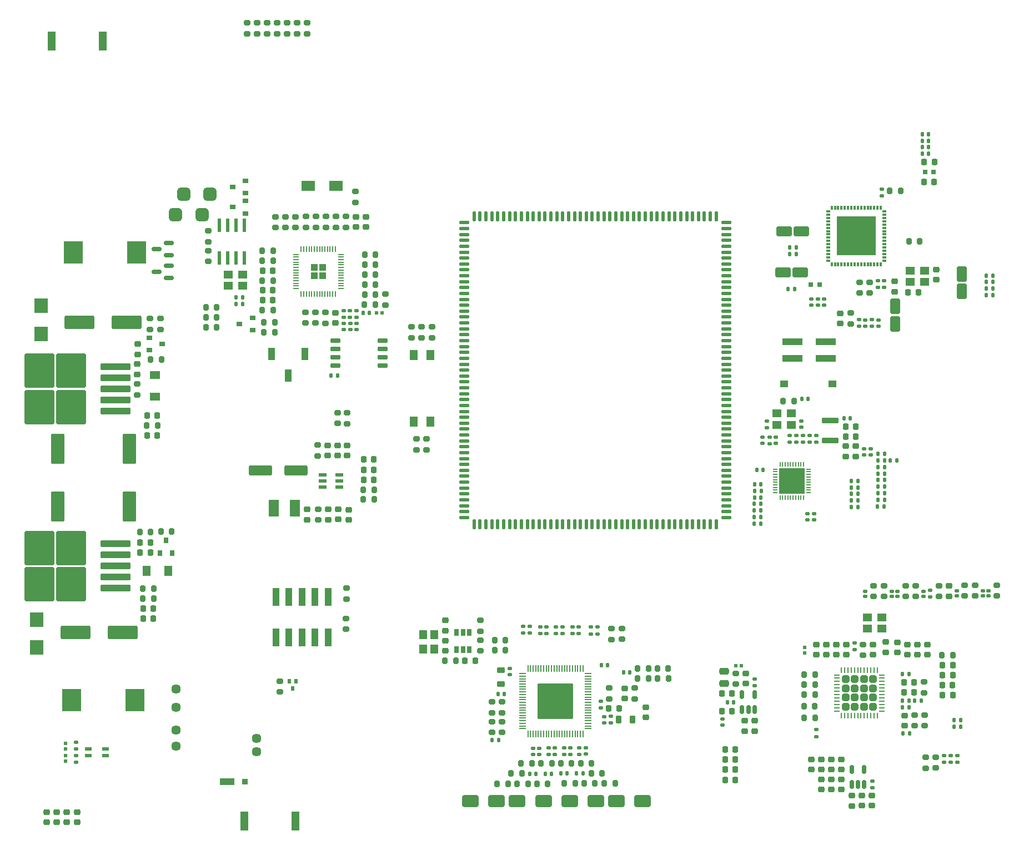
<source format=gtp>
G04 #@! TF.GenerationSoftware,KiCad,Pcbnew,8.0.0-rc1*
G04 #@! TF.CreationDate,2024-05-28T16:40:14+03:00*
G04 #@! TF.ProjectId,MXVR_3566,4d585652-5f33-4353-9636-2e6b69636164,REV1*
G04 #@! TF.SameCoordinates,Original*
G04 #@! TF.FileFunction,Paste,Top*
G04 #@! TF.FilePolarity,Positive*
%FSLAX46Y46*%
G04 Gerber Fmt 4.6, Leading zero omitted, Abs format (unit mm)*
G04 Created by KiCad (PCBNEW 8.0.0-rc1) date 2024-05-28 16:40:14*
%MOMM*%
%LPD*%
G01*
G04 APERTURE LIST*
G04 Aperture macros list*
%AMRoundRect*
0 Rectangle with rounded corners*
0 $1 Rounding radius*
0 $2 $3 $4 $5 $6 $7 $8 $9 X,Y pos of 4 corners*
0 Add a 4 corners polygon primitive as box body*
4,1,4,$2,$3,$4,$5,$6,$7,$8,$9,$2,$3,0*
0 Add four circle primitives for the rounded corners*
1,1,$1+$1,$2,$3*
1,1,$1+$1,$4,$5*
1,1,$1+$1,$6,$7*
1,1,$1+$1,$8,$9*
0 Add four rect primitives between the rounded corners*
20,1,$1+$1,$2,$3,$4,$5,0*
20,1,$1+$1,$4,$5,$6,$7,0*
20,1,$1+$1,$6,$7,$8,$9,0*
20,1,$1+$1,$8,$9,$2,$3,0*%
%AMFreePoly0*
4,1,12,-0.150000,0.300000,0.150000,0.300000,0.150000,-0.150000,0.138582,-0.207403,0.106066,-0.256066,0.057403,-0.288582,0.000000,-0.300000,-0.057403,-0.288582,-0.106066,-0.256066,-0.138582,-0.207403,-0.150000,-0.150000,-0.150000,0.300000,-0.150000,0.300000,$1*%
%AMFreePoly1*
4,1,5,3.000000,-3.000000,-3.000000,-3.000000,-3.000000,3.000000,3.000000,3.000000,3.000000,-3.000000,3.000000,-3.000000,$1*%
G04 Aperture macros list end*
%ADD10R,0.500000X0.700000*%
%ADD11RoundRect,0.150000X0.150000X-0.512500X0.150000X0.512500X-0.150000X0.512500X-0.150000X-0.512500X0*%
%ADD12RoundRect,0.200000X0.275000X-0.200000X0.275000X0.200000X-0.275000X0.200000X-0.275000X-0.200000X0*%
%ADD13RoundRect,0.135000X0.135000X0.185000X-0.135000X0.185000X-0.135000X-0.185000X0.135000X-0.185000X0*%
%ADD14RoundRect,0.200000X0.200000X0.275000X-0.200000X0.275000X-0.200000X-0.275000X0.200000X-0.275000X0*%
%ADD15RoundRect,0.140000X0.140000X0.170000X-0.140000X0.170000X-0.140000X-0.170000X0.140000X-0.170000X0*%
%ADD16RoundRect,0.135000X0.185000X-0.135000X0.185000X0.135000X-0.185000X0.135000X-0.185000X-0.135000X0*%
%ADD17RoundRect,0.250001X-0.499999X0.924999X-0.499999X-0.924999X0.499999X-0.924999X0.499999X0.924999X0*%
%ADD18RoundRect,0.225000X-0.250000X0.225000X-0.250000X-0.225000X0.250000X-0.225000X0.250000X0.225000X0*%
%ADD19RoundRect,0.200000X-0.275000X0.200000X-0.275000X-0.200000X0.275000X-0.200000X0.275000X0.200000X0*%
%ADD20RoundRect,0.225000X-0.225000X-0.250000X0.225000X-0.250000X0.225000X0.250000X-0.225000X0.250000X0*%
%ADD21RoundRect,0.250000X-1.000000X-0.650000X1.000000X-0.650000X1.000000X0.650000X-1.000000X0.650000X0*%
%ADD22R,1.150000X1.650000*%
%ADD23RoundRect,0.140000X-0.170000X0.140000X-0.170000X-0.140000X0.170000X-0.140000X0.170000X0.140000X0*%
%ADD24RoundRect,0.250000X0.315000X-0.315000X0.315000X0.315000X-0.315000X0.315000X-0.315000X-0.315000X0*%
%ADD25RoundRect,0.062500X0.062500X-0.375000X0.062500X0.375000X-0.062500X0.375000X-0.062500X-0.375000X0*%
%ADD26RoundRect,0.062500X0.375000X-0.062500X0.375000X0.062500X-0.375000X0.062500X-0.375000X-0.062500X0*%
%ADD27R,1.300000X3.000000*%
%ADD28R,0.650000X0.700000*%
%ADD29RoundRect,0.200000X-0.200000X-0.275000X0.200000X-0.275000X0.200000X0.275000X-0.200000X0.275000X0*%
%ADD30RoundRect,0.250000X1.000000X0.650000X-1.000000X0.650000X-1.000000X-0.650000X1.000000X-0.650000X0*%
%ADD31RoundRect,0.135000X-0.135000X-0.185000X0.135000X-0.185000X0.135000X0.185000X-0.135000X0.185000X0*%
%ADD32RoundRect,0.218750X0.218750X0.256250X-0.218750X0.256250X-0.218750X-0.256250X0.218750X-0.256250X0*%
%ADD33RoundRect,0.225000X0.225000X0.250000X-0.225000X0.250000X-0.225000X-0.250000X0.225000X-0.250000X0*%
%ADD34R,1.400000X1.200000*%
%ADD35RoundRect,0.135000X-0.185000X0.135000X-0.185000X-0.135000X0.185000X-0.135000X0.185000X0.135000X0*%
%ADD36RoundRect,0.147500X-0.147500X-0.172500X0.147500X-0.172500X0.147500X0.172500X-0.147500X0.172500X0*%
%ADD37R,0.650000X1.125000*%
%ADD38RoundRect,0.140000X0.170000X-0.140000X0.170000X0.140000X-0.170000X0.140000X-0.170000X-0.140000X0*%
%ADD39RoundRect,0.225000X0.250000X-0.225000X0.250000X0.225000X-0.250000X0.225000X-0.250000X-0.225000X0*%
%ADD40R,0.900000X0.800000*%
%ADD41R,0.800000X0.900000*%
%ADD42R,0.700000X0.200000*%
%ADD43R,0.200000X0.700000*%
%ADD44R,3.950000X3.950000*%
%ADD45RoundRect,0.140000X-0.140000X-0.170000X0.140000X-0.170000X0.140000X0.170000X-0.140000X0.170000X0*%
%ADD46RoundRect,0.150000X0.587500X0.150000X-0.587500X0.150000X-0.587500X-0.150000X0.587500X-0.150000X0*%
%ADD47R,0.550000X0.600000*%
%ADD48R,0.600000X0.550000*%
%ADD49RoundRect,0.218750X0.256250X-0.218750X0.256250X0.218750X-0.256250X0.218750X-0.256250X-0.218750X0*%
%ADD50RoundRect,0.125000X0.175000X-0.125000X0.175000X0.125000X-0.175000X0.125000X-0.175000X-0.125000X0*%
%ADD51RoundRect,0.250000X-0.292217X0.292217X-0.292217X-0.292217X0.292217X-0.292217X0.292217X0.292217X0*%
%ADD52RoundRect,0.050000X-0.050000X0.387500X-0.050000X-0.387500X0.050000X-0.387500X0.050000X0.387500X0*%
%ADD53RoundRect,0.050000X-0.387500X0.050000X-0.387500X-0.050000X0.387500X-0.050000X0.387500X0.050000X0*%
%ADD54RoundRect,0.500000X-0.500000X-0.500000X0.500000X-0.500000X0.500000X0.500000X-0.500000X0.500000X0*%
%ADD55RoundRect,0.500000X0.500000X0.500000X-0.500000X0.500000X-0.500000X-0.500000X0.500000X-0.500000X0*%
%ADD56R,2.170000X1.120000*%
%ADD57R,0.850000X0.850000*%
%ADD58RoundRect,0.218750X-0.256250X0.218750X-0.256250X-0.218750X0.256250X-0.218750X0.256250X0.218750X0*%
%ADD59FreePoly0,0.000000*%
%ADD60FreePoly0,90.000000*%
%ADD61FreePoly0,180.000000*%
%ADD62FreePoly0,270.000000*%
%ADD63FreePoly1,0.000000*%
%ADD64R,1.200000X1.400000*%
%ADD65RoundRect,0.147500X0.147500X0.172500X-0.147500X0.172500X-0.147500X-0.172500X0.147500X-0.172500X0*%
%ADD66RoundRect,0.250001X0.799999X-2.049999X0.799999X2.049999X-0.799999X2.049999X-0.799999X-2.049999X0*%
%ADD67R,1.000000X2.750000*%
%ADD68RoundRect,0.250001X-1.999999X-0.799999X1.999999X-0.799999X1.999999X0.799999X-1.999999X0.799999X0*%
%ADD69RoundRect,0.041300X-0.253700X0.943700X-0.253700X-0.943700X0.253700X-0.943700X0.253700X0.943700X0*%
%ADD70R,0.200000X1.000000*%
%ADD71R,1.000000X0.200000*%
%ADD72RoundRect,0.000000X2.650000X2.650000X-2.650000X2.650000X-2.650000X-2.650000X2.650000X-2.650000X0*%
%ADD73RoundRect,0.250001X-0.799999X2.049999X-0.799999X-2.049999X0.799999X-2.049999X0.799999X2.049999X0*%
%ADD74RoundRect,0.250001X0.924999X0.499999X-0.924999X0.499999X-0.924999X-0.499999X0.924999X-0.499999X0*%
%ADD75R,1.250000X1.500000*%
%ADD76RoundRect,0.250000X-1.500000X-0.550000X1.500000X-0.550000X1.500000X0.550000X-1.500000X0.550000X0*%
%ADD77RoundRect,0.250000X2.050000X0.300000X-2.050000X0.300000X-2.050000X-0.300000X2.050000X-0.300000X0*%
%ADD78RoundRect,0.250000X2.025000X2.375000X-2.025000X2.375000X-2.025000X-2.375000X2.025000X-2.375000X0*%
%ADD79RoundRect,0.180000X1.070000X-0.270000X1.070000X0.270000X-1.070000X0.270000X-1.070000X-0.270000X0*%
%ADD80RoundRect,0.218750X0.218750X0.381250X-0.218750X0.381250X-0.218750X-0.381250X0.218750X-0.381250X0*%
%ADD81R,1.050000X0.600000*%
%ADD82R,3.000000X3.500000*%
%ADD83RoundRect,0.218750X0.381250X-0.218750X0.381250X0.218750X-0.381250X0.218750X-0.381250X-0.218750X0*%
%ADD84RoundRect,0.150000X0.650000X0.150000X-0.650000X0.150000X-0.650000X-0.150000X0.650000X-0.150000X0*%
%ADD85R,1.500000X2.500000*%
%ADD86RoundRect,0.125000X-0.625000X-0.125000X0.625000X-0.125000X0.625000X0.125000X-0.625000X0.125000X0*%
%ADD87RoundRect,0.125000X0.125000X-0.625000X0.125000X0.625000X-0.125000X0.625000X-0.125000X-0.625000X0*%
%ADD88RoundRect,0.125000X0.625000X0.125000X-0.625000X0.125000X-0.625000X-0.125000X0.625000X-0.125000X0*%
%ADD89RoundRect,0.125000X-0.125000X0.625000X-0.125000X-0.625000X0.125000X-0.625000X0.125000X0.625000X0*%
%ADD90R,1.000000X1.900000*%
%ADD91R,1.200000X1.000000*%
%ADD92RoundRect,0.250000X0.475000X-0.250000X0.475000X0.250000X-0.475000X0.250000X-0.475000X-0.250000X0*%
%ADD93R,3.150000X1.000000*%
%ADD94R,1.200000X0.600000*%
%ADD95RoundRect,0.500000X-0.200000X-0.150000X0.200000X-0.150000X0.200000X0.150000X-0.200000X0.150000X0*%
%ADD96R,2.050000X2.250000*%
%ADD97R,2.120000X1.500000*%
%ADD98R,1.650000X1.150000*%
G04 APERTURE END LIST*
D10*
X90930000Y-136575000D03*
X90430000Y-135525000D03*
X91430000Y-135525000D03*
D11*
X159430000Y-139852500D03*
X160380000Y-139852500D03*
X161330000Y-139852500D03*
X161330000Y-137577500D03*
X159430000Y-137577500D03*
D12*
X88940000Y-137155000D03*
X88940000Y-135505000D03*
D13*
X181130000Y-104810000D03*
X180110000Y-104810000D03*
D14*
X103535000Y-76515000D03*
X101885000Y-76515000D03*
D15*
X83260000Y-77900000D03*
X82300000Y-77900000D03*
D16*
X170730000Y-143930000D03*
X170730000Y-142910000D03*
X170730000Y-98980000D03*
X170730000Y-97960000D03*
D15*
X83260000Y-76910000D03*
X82300000Y-76910000D03*
D12*
X89810000Y-66250000D03*
X89810000Y-64600000D03*
D17*
X182815000Y-78295000D03*
X182815000Y-80945000D03*
D13*
X177120000Y-105920000D03*
X176100000Y-105920000D03*
D15*
X138910000Y-133050000D03*
X137950000Y-133050000D03*
D18*
X159820000Y-141535000D03*
X159820000Y-143085000D03*
D13*
X184855000Y-138475000D03*
X183835000Y-138475000D03*
D12*
X91345000Y-66250000D03*
X91345000Y-64600000D03*
D19*
X97730000Y-94517500D03*
X97730000Y-96167500D03*
D13*
X181130000Y-107830000D03*
X180110000Y-107830000D03*
D14*
X72485000Y-112620000D03*
X70835000Y-112620000D03*
D20*
X68130000Y-124420000D03*
X69680000Y-124420000D03*
D21*
X133142510Y-153780010D03*
X137142510Y-153780010D03*
D14*
X145145010Y-133550010D03*
X143495010Y-133550010D03*
D12*
X99020000Y-127585000D03*
X99020000Y-125935000D03*
D22*
X68617500Y-118625000D03*
X71917500Y-118625000D03*
D23*
X169370000Y-109920000D03*
X169370000Y-110880000D03*
D24*
X175210000Y-139385000D03*
X176610000Y-139385000D03*
X178010000Y-139385000D03*
X179410000Y-139385000D03*
X175210000Y-137985000D03*
X176610000Y-137985000D03*
X178010000Y-137985000D03*
X179410000Y-137985000D03*
X175210000Y-136585000D03*
X176610000Y-136585000D03*
X178010000Y-136585000D03*
X179410000Y-136585000D03*
X175210000Y-135185000D03*
X176610000Y-135185000D03*
X178010000Y-135185000D03*
X179410000Y-135185000D03*
D25*
X174560000Y-140722500D03*
X175060000Y-140722500D03*
X175560000Y-140722500D03*
X176060000Y-140722500D03*
X176560000Y-140722500D03*
X177060000Y-140722500D03*
X177560000Y-140722500D03*
X178060000Y-140722500D03*
X178560000Y-140722500D03*
X179060000Y-140722500D03*
X179560000Y-140722500D03*
X180060000Y-140722500D03*
D26*
X180747500Y-140035000D03*
X180747500Y-139535000D03*
X180747500Y-139035000D03*
X180747500Y-138535000D03*
X180747500Y-138035000D03*
X180747500Y-137535000D03*
X180747500Y-137035000D03*
X180747500Y-136535000D03*
X180747500Y-136035000D03*
X180747500Y-135535000D03*
X180747500Y-135035000D03*
X180747500Y-134535000D03*
D25*
X180060000Y-133847500D03*
X179560000Y-133847500D03*
X179060000Y-133847500D03*
X178560000Y-133847500D03*
X178060000Y-133847500D03*
X177560000Y-133847500D03*
X177060000Y-133847500D03*
X176560000Y-133847500D03*
X176060000Y-133847500D03*
X175560000Y-133847500D03*
X175060000Y-133847500D03*
X174560000Y-133847500D03*
D26*
X173872500Y-134535000D03*
X173872500Y-135035000D03*
X173872500Y-135535000D03*
X173872500Y-136035000D03*
X173872500Y-136535000D03*
X173872500Y-137035000D03*
X173872500Y-137535000D03*
X173872500Y-138035000D03*
X173872500Y-138535000D03*
X173872500Y-139035000D03*
X173872500Y-139535000D03*
X173872500Y-140035000D03*
D20*
X68130000Y-125950000D03*
X69680000Y-125950000D03*
D27*
X83540000Y-156820000D03*
X91340000Y-156820000D03*
D28*
X169945000Y-74970000D03*
X171295000Y-74970000D03*
D29*
X121725010Y-129230010D03*
X123375010Y-129230010D03*
D30*
X129140010Y-153770010D03*
X125140010Y-153770010D03*
D16*
X57910000Y-147880000D03*
X57910000Y-146860000D03*
D31*
X161330000Y-106440000D03*
X162350000Y-106440000D03*
D12*
X88570000Y-36675000D03*
X88570000Y-35025000D03*
D23*
X128510010Y-145720010D03*
X128510010Y-146680010D03*
D12*
X91610000Y-36685000D03*
X91610000Y-35035000D03*
D32*
X140697500Y-139650000D03*
X139122500Y-139650000D03*
D33*
X87885000Y-77370000D03*
X86335000Y-77370000D03*
D17*
X192940000Y-73360000D03*
X192940000Y-76010000D03*
D20*
X156840000Y-147465000D03*
X158390000Y-147465000D03*
D23*
X190240000Y-146880000D03*
X190240000Y-147840000D03*
D34*
X166960000Y-94650000D03*
X164760000Y-94650000D03*
X164760000Y-96350000D03*
X166960000Y-96350000D03*
D14*
X134000010Y-151100010D03*
X132350010Y-151100010D03*
D16*
X169730000Y-98990000D03*
X169730000Y-97970000D03*
D35*
X127050000Y-127150000D03*
X127050000Y-128170000D03*
D18*
X189050000Y-72680000D03*
X189050000Y-74230000D03*
D29*
X101885000Y-70415000D03*
X103535000Y-70415000D03*
D13*
X197700000Y-76610000D03*
X196680000Y-76610000D03*
D14*
X138085010Y-149580010D03*
X136435010Y-149580010D03*
D12*
X112130000Y-83060000D03*
X112130000Y-81410000D03*
D36*
X134192510Y-149590010D03*
X135162510Y-149590010D03*
D33*
X70280000Y-94985000D03*
X68730000Y-94985000D03*
D37*
X117815010Y-128071010D03*
X116865010Y-128071010D03*
X115915010Y-128071010D03*
X115915010Y-130695010D03*
X116865010Y-130695010D03*
X117815010Y-130695010D03*
D35*
X129640000Y-127170000D03*
X129640000Y-128190000D03*
D38*
X162540000Y-99190000D03*
X162540000Y-98230000D03*
D39*
X171520000Y-149002500D03*
X171520000Y-147452500D03*
D15*
X162290000Y-107440000D03*
X161330000Y-107440000D03*
D23*
X135640010Y-145670010D03*
X135640010Y-146630010D03*
D39*
X179387500Y-131480000D03*
X179387500Y-129930000D03*
D40*
X83750000Y-64090000D03*
X83750000Y-62190000D03*
X81750000Y-63140000D03*
D31*
X176110000Y-107935000D03*
X177130000Y-107935000D03*
D14*
X123380010Y-130760010D03*
X121730010Y-130760010D03*
D23*
X139390000Y-140880000D03*
X139390000Y-141840000D03*
D29*
X135360010Y-151100010D03*
X137010010Y-151100010D03*
D39*
X114190010Y-127780010D03*
X114190010Y-126230010D03*
D41*
X70680000Y-115970000D03*
X72580000Y-115970000D03*
X71630000Y-113970000D03*
D19*
X185913489Y-120915000D03*
X185913489Y-122565000D03*
X181038489Y-120925000D03*
X181038489Y-122575000D03*
D14*
X103535000Y-71910000D03*
X101885000Y-71910000D03*
D13*
X181130000Y-102810000D03*
X180110000Y-102810000D03*
D20*
X101722500Y-103208750D03*
X103272500Y-103208750D03*
D39*
X174570000Y-149007500D03*
X174570000Y-147457500D03*
D38*
X179020000Y-100990000D03*
X179020000Y-100030000D03*
D18*
X171520000Y-150477500D03*
X171520000Y-152027500D03*
D13*
X181130000Y-100800000D03*
X180110000Y-100800000D03*
D20*
X67650000Y-115850000D03*
X69200000Y-115850000D03*
D15*
X167670000Y-70280000D03*
X166710000Y-70280000D03*
D14*
X103535000Y-74965000D03*
X101885000Y-74965000D03*
D19*
X109820000Y-98535000D03*
X109820000Y-100185000D03*
D35*
X176595000Y-129640000D03*
X176595000Y-130660000D03*
D39*
X173815000Y-131470000D03*
X173815000Y-129920000D03*
D19*
X95890000Y-79210000D03*
X95890000Y-80860000D03*
D39*
X160040000Y-135880000D03*
X160040000Y-134330000D03*
D31*
X180100000Y-108840000D03*
X181120000Y-108840000D03*
D20*
X190010000Y-137620000D03*
X191560000Y-137620000D03*
D12*
X95975000Y-66225000D03*
X95975000Y-64575000D03*
D42*
X164460000Y-103130000D03*
X164460000Y-103530000D03*
X164460000Y-103930000D03*
X164460000Y-104330000D03*
X164460000Y-104730000D03*
X164460000Y-105130000D03*
X164460000Y-105530000D03*
X164460000Y-105930000D03*
X164460000Y-106330000D03*
X164460000Y-106730000D03*
D43*
X165210000Y-107480000D03*
X165610000Y-107480000D03*
X166010000Y-107480000D03*
X166410000Y-107480000D03*
X166810000Y-107480000D03*
X167210000Y-107480000D03*
X167610000Y-107480000D03*
X168010000Y-107480000D03*
X168410000Y-107480000D03*
X168810000Y-107480000D03*
D42*
X169560000Y-106730000D03*
X169560000Y-106330000D03*
X169560000Y-105930000D03*
X169560000Y-105530000D03*
X169560000Y-105130000D03*
X169560000Y-104730000D03*
X169560000Y-104330000D03*
X169560000Y-103930000D03*
X169560000Y-103530000D03*
X169560000Y-103130000D03*
D43*
X168810000Y-102380000D03*
X168410000Y-102380000D03*
X168010000Y-102380000D03*
X167610000Y-102380000D03*
X167210000Y-102380000D03*
X166810000Y-102380000D03*
X166410000Y-102380000D03*
X166010000Y-102380000D03*
X165610000Y-102380000D03*
X165210000Y-102380000D03*
D44*
X167010000Y-104930000D03*
D20*
X156835000Y-149005000D03*
X158385000Y-149005000D03*
D45*
X186890000Y-52010000D03*
X187850000Y-52010000D03*
D18*
X100575000Y-64640000D03*
X100575000Y-66190000D03*
D12*
X119505010Y-127850010D03*
X119505010Y-126200010D03*
D23*
X181120000Y-74400000D03*
X181120000Y-75360000D03*
D15*
X167670000Y-69300000D03*
X166710000Y-69300000D03*
D14*
X79335000Y-79990000D03*
X77685000Y-79990000D03*
D46*
X72027500Y-73990000D03*
X72027500Y-72090000D03*
X70152500Y-73040000D03*
D12*
X85520000Y-36695000D03*
X85520000Y-35045000D03*
D19*
X121340010Y-141670010D03*
X121340010Y-143320010D03*
D23*
X124010010Y-133530010D03*
X124010010Y-134490010D03*
D19*
X70720000Y-80145000D03*
X70720000Y-81795000D03*
D15*
X162260000Y-109420000D03*
X161300000Y-109420000D03*
D23*
X180140000Y-74400000D03*
X180140000Y-75360000D03*
D47*
X104567500Y-79300000D03*
X103717500Y-79300000D03*
D23*
X178240000Y-80350000D03*
X178240000Y-81310000D03*
D12*
X67240000Y-91795000D03*
X67240000Y-90145000D03*
D23*
X98695000Y-80860000D03*
X98695000Y-81820000D03*
D48*
X168952500Y-130325000D03*
X168952500Y-131175000D03*
D35*
X126020000Y-127150000D03*
X126020000Y-128170000D03*
D39*
X67230000Y-88660000D03*
X67230000Y-87110000D03*
D12*
X122860010Y-143320010D03*
X122860010Y-141670010D03*
D20*
X101735000Y-104738750D03*
X103285000Y-104738750D03*
D19*
X177867500Y-129885000D03*
X177867500Y-131535000D03*
D49*
X176140000Y-154527500D03*
X176140000Y-152952500D03*
D48*
X56280000Y-144972500D03*
X56280000Y-145822500D03*
D19*
X110590000Y-81410000D03*
X110590000Y-83060000D03*
D50*
X187133489Y-122570000D03*
X187133489Y-121770000D03*
D23*
X169970000Y-77150000D03*
X169970000Y-78110000D03*
D29*
X86525000Y-82240000D03*
X88175000Y-82240000D03*
D51*
X95457500Y-72322500D03*
X94182500Y-72322500D03*
X95457500Y-73597500D03*
X94182500Y-73597500D03*
D52*
X97420000Y-69522500D03*
X97020000Y-69522500D03*
X96620000Y-69522500D03*
X96220000Y-69522500D03*
X95820000Y-69522500D03*
X95420000Y-69522500D03*
X95020000Y-69522500D03*
X94620000Y-69522500D03*
X94220000Y-69522500D03*
X93820000Y-69522500D03*
X93420000Y-69522500D03*
X93020000Y-69522500D03*
X92620000Y-69522500D03*
X92220000Y-69522500D03*
D53*
X91382500Y-70360000D03*
X91382500Y-70760000D03*
X91382500Y-71160000D03*
X91382500Y-71560000D03*
X91382500Y-71960000D03*
X91382500Y-72360000D03*
X91382500Y-72760000D03*
X91382500Y-73160000D03*
X91382500Y-73560000D03*
X91382500Y-73960000D03*
X91382500Y-74360000D03*
X91382500Y-74760000D03*
X91382500Y-75160000D03*
X91382500Y-75560000D03*
D52*
X92220000Y-76397500D03*
X92620000Y-76397500D03*
X93020000Y-76397500D03*
X93420000Y-76397500D03*
X93820000Y-76397500D03*
X94220000Y-76397500D03*
X94620000Y-76397500D03*
X95020000Y-76397500D03*
X95420000Y-76397500D03*
X95820000Y-76397500D03*
X96220000Y-76397500D03*
X96620000Y-76397500D03*
X97020000Y-76397500D03*
X97420000Y-76397500D03*
D53*
X98257500Y-75560000D03*
X98257500Y-75160000D03*
X98257500Y-74760000D03*
X98257500Y-74360000D03*
X98257500Y-73960000D03*
X98257500Y-73560000D03*
X98257500Y-73160000D03*
X98257500Y-72760000D03*
X98257500Y-72360000D03*
X98257500Y-71960000D03*
X98257500Y-71560000D03*
X98257500Y-71160000D03*
X98257500Y-70760000D03*
X98257500Y-70360000D03*
D19*
X78060000Y-69795000D03*
X78060000Y-71445000D03*
D15*
X158160000Y-138730000D03*
X157200000Y-138730000D03*
D50*
X182273489Y-122573489D03*
X182273489Y-121773489D03*
D33*
X157905000Y-137390000D03*
X156355000Y-137390000D03*
D38*
X156480000Y-142230000D03*
X156480000Y-141270000D03*
D54*
X77084290Y-64290000D03*
D55*
X73084290Y-64290000D03*
D13*
X197690000Y-73580000D03*
X196670000Y-73580000D03*
D14*
X87935000Y-78900000D03*
X86285000Y-78900000D03*
D56*
X80960000Y-150830000D03*
D57*
X83640000Y-150830000D03*
D39*
X181330000Y-131075000D03*
X181330000Y-129525000D03*
D58*
X182670000Y-74492500D03*
X182670000Y-76067500D03*
D29*
X101865000Y-78035000D03*
X103515000Y-78035000D03*
X189915000Y-131510000D03*
X191565000Y-131510000D03*
D12*
X90090000Y-36685000D03*
X90090000Y-35035000D03*
D19*
X194930000Y-120850000D03*
X194930000Y-122500000D03*
D38*
X164600000Y-99210000D03*
X164600000Y-98250000D03*
D14*
X87935000Y-74340000D03*
X86285000Y-74340000D03*
D23*
X130890010Y-145700010D03*
X130890010Y-146660010D03*
D59*
X180590000Y-63300000D03*
X180090000Y-63300000D03*
X179590000Y-63300000D03*
X179090000Y-63300000D03*
X178590000Y-63300000D03*
X178090000Y-63300000D03*
X177590000Y-63300000D03*
X177090000Y-63300000D03*
X176590000Y-63300000D03*
X176090000Y-63300000D03*
X175590000Y-63300000D03*
X175090000Y-63300000D03*
X174590000Y-63300000D03*
X174090000Y-63300000D03*
X173590000Y-63300000D03*
X173090000Y-63300000D03*
D60*
X172590000Y-63800000D03*
X172590000Y-64300000D03*
X172590000Y-64800000D03*
X172590000Y-65300000D03*
X172590000Y-65800000D03*
X172590000Y-66300000D03*
X172590000Y-66800000D03*
X172590000Y-67300000D03*
X172590000Y-67800000D03*
X172590000Y-68300000D03*
X172590000Y-68800000D03*
X172590000Y-69300000D03*
X172590000Y-69800000D03*
X172590000Y-70300000D03*
X172590000Y-70800000D03*
X172590000Y-71300000D03*
D61*
X173090000Y-71800000D03*
X173590000Y-71800000D03*
X174090000Y-71800000D03*
X174590000Y-71800000D03*
X175090000Y-71800000D03*
X175590000Y-71800000D03*
X176090000Y-71800000D03*
X176590000Y-71800000D03*
X177090000Y-71800000D03*
X177590000Y-71800000D03*
X178090000Y-71800000D03*
X178590000Y-71800000D03*
X179090000Y-71800000D03*
X179590000Y-71800000D03*
X180090000Y-71800000D03*
X180590000Y-71800000D03*
D62*
X181090000Y-71300000D03*
X181090000Y-70800000D03*
X181090000Y-70300000D03*
X181090000Y-69800000D03*
X181090000Y-69300000D03*
X181090000Y-68800000D03*
X181090000Y-68300000D03*
X181090000Y-67800000D03*
X181090000Y-67300000D03*
X181090000Y-66800000D03*
X181090000Y-66300000D03*
X181090000Y-65800000D03*
X181090000Y-65300000D03*
X181090000Y-64800000D03*
X181090000Y-64300000D03*
X181090000Y-63800000D03*
D63*
X176840000Y-67550000D03*
D39*
X58020000Y-157037500D03*
X58020000Y-155487500D03*
D12*
X158500000Y-135940000D03*
X158500000Y-134290000D03*
D31*
X161280000Y-108430000D03*
X162300000Y-108430000D03*
D12*
X111350000Y-100185000D03*
X111350000Y-98535000D03*
D35*
X57920000Y-144780000D03*
X57920000Y-145800000D03*
D39*
X183100000Y-131125000D03*
X183100000Y-129575000D03*
D64*
X112510010Y-130555010D03*
X112510010Y-128355010D03*
X110810010Y-128355010D03*
X110810010Y-130555010D03*
D36*
X129430010Y-149610010D03*
X130400010Y-149610010D03*
D19*
X122860010Y-138640010D03*
X122860010Y-140290010D03*
D18*
X174432500Y-79375000D03*
X174432500Y-80925000D03*
D19*
X92820000Y-79200000D03*
X92820000Y-80850000D03*
D18*
X97880000Y-109273750D03*
X97880000Y-110823750D03*
D13*
X181130000Y-105820000D03*
X180110000Y-105820000D03*
D18*
X161350000Y-141535000D03*
X161350000Y-143085000D03*
D14*
X148185010Y-133540010D03*
X146535010Y-133540010D03*
D38*
X163220000Y-96780000D03*
X163220000Y-95820000D03*
D65*
X128000010Y-149610010D03*
X127030010Y-149610010D03*
D66*
X66060000Y-108800000D03*
X66060000Y-100000000D03*
D39*
X141560010Y-138135010D03*
X141560010Y-136585010D03*
D18*
X173060000Y-150472500D03*
X173060000Y-152022500D03*
D23*
X180770000Y-60440000D03*
X180770000Y-61400000D03*
D39*
X99245000Y-101055000D03*
X99245000Y-99505000D03*
D19*
X109050000Y-81410000D03*
X109050000Y-83060000D03*
D67*
X88330000Y-122605000D03*
X88330000Y-128855000D03*
X90330000Y-122605000D03*
X90330000Y-128855000D03*
X92330000Y-122605000D03*
X92330000Y-128855000D03*
X94330000Y-122605000D03*
X94330000Y-128855000D03*
X96330000Y-122605000D03*
X96330000Y-128855000D03*
D68*
X58420000Y-80745000D03*
X65620000Y-80745000D03*
D38*
X178010000Y-100990000D03*
X178010000Y-100030000D03*
D20*
X189995000Y-134550000D03*
X191545000Y-134550000D03*
D12*
X94792500Y-110878750D03*
X94792500Y-109228750D03*
D39*
X175330000Y-131470000D03*
X175330000Y-129920000D03*
D18*
X184230000Y-140715000D03*
X184230000Y-142265000D03*
D12*
X189443489Y-122570000D03*
X189443489Y-120920000D03*
D20*
X101725000Y-101653750D03*
X103275000Y-101653750D03*
D12*
X175972500Y-80970000D03*
X175972500Y-79320000D03*
D23*
X179220000Y-80340000D03*
X179220000Y-81300000D03*
D29*
X128150010Y-151130010D03*
X129800010Y-151130010D03*
D47*
X158500000Y-133160000D03*
X159350000Y-133160000D03*
D68*
X57820000Y-128050000D03*
X65020000Y-128050000D03*
D69*
X83520000Y-65930000D03*
X82250000Y-65930000D03*
X80980000Y-65930000D03*
X79710000Y-65930000D03*
X79710000Y-70880000D03*
X80980000Y-70880000D03*
X82250000Y-70880000D03*
X83520000Y-70880000D03*
D14*
X130415010Y-148060010D03*
X128765010Y-148060010D03*
D21*
X117990010Y-153770010D03*
X121990010Y-153770010D03*
D18*
X179180000Y-152955000D03*
X179180000Y-154505000D03*
D19*
X139540000Y-127480000D03*
X139540000Y-129130000D03*
D12*
X94445000Y-66242500D03*
X94445000Y-64592500D03*
D23*
X180220000Y-80350000D03*
X180220000Y-81310000D03*
D29*
X67605000Y-112720000D03*
X69255000Y-112720000D03*
D31*
X196670000Y-75590000D03*
X197690000Y-75590000D03*
D29*
X184865000Y-68350000D03*
X186515000Y-68350000D03*
D23*
X171950000Y-77140000D03*
X171950000Y-78100000D03*
D70*
X126770110Y-143530000D03*
X127169900Y-143530000D03*
X127569950Y-143530000D03*
X127970000Y-143530000D03*
X128370050Y-143530000D03*
X128770100Y-143530000D03*
X129169900Y-143530000D03*
X129569950Y-143530000D03*
X129970000Y-143530000D03*
X130370050Y-143530000D03*
X130770100Y-143530000D03*
X131169890Y-143530000D03*
X131569940Y-143530000D03*
X131969990Y-143530000D03*
X132370040Y-143530000D03*
X132770090Y-143530000D03*
X133169890Y-143530000D03*
X133569940Y-143530000D03*
X133969990Y-143530000D03*
X134370040Y-143530000D03*
X134770090Y-143530000D03*
X135169890Y-143530000D03*
D71*
X135970000Y-142729890D03*
X135970000Y-142330090D03*
X135970000Y-141930040D03*
X135970000Y-141529990D03*
X135970000Y-141129940D03*
X135970000Y-140729890D03*
X135970000Y-140330090D03*
X135970000Y-139930040D03*
X135970000Y-139529990D03*
X135970000Y-139129940D03*
X135970000Y-138729890D03*
X135970000Y-138330100D03*
X135970000Y-137930050D03*
X135970000Y-137530000D03*
X135970000Y-137129950D03*
X135970000Y-136729900D03*
X135970000Y-136330100D03*
X135970000Y-135930050D03*
X135970000Y-135530000D03*
X135970000Y-135129950D03*
X135970000Y-134729900D03*
X135970000Y-134330110D03*
D70*
X135169890Y-133529990D03*
X134770090Y-133529990D03*
X134370040Y-133529990D03*
X133969990Y-133529990D03*
X133569940Y-133529990D03*
X133169890Y-133529990D03*
X132770090Y-133529990D03*
X132370040Y-133529990D03*
X131969990Y-133529990D03*
X131569940Y-133529990D03*
X131169890Y-133529990D03*
X130770100Y-133529990D03*
X130370050Y-133529990D03*
X129970000Y-133529990D03*
X129569950Y-133529990D03*
X129169900Y-133529990D03*
X128770100Y-133529990D03*
X128370050Y-133529990D03*
X127970000Y-133529990D03*
X127569950Y-133529990D03*
X127169900Y-133529990D03*
X126770110Y-133529990D03*
D71*
X125970000Y-134330110D03*
X125970000Y-134729900D03*
X125970000Y-135129950D03*
X125970000Y-135530000D03*
X125970000Y-135930050D03*
X125970000Y-136330100D03*
X125970000Y-136729900D03*
X125970000Y-137129950D03*
X125970000Y-137530000D03*
X125970000Y-137930050D03*
X125970000Y-138330100D03*
X125970000Y-138729890D03*
X125970000Y-139129940D03*
X125970000Y-139529990D03*
X125970000Y-139930040D03*
X125970000Y-140330090D03*
X125970000Y-140729890D03*
X125970000Y-141129940D03*
X125970000Y-141529990D03*
X125970000Y-141930040D03*
X125970000Y-142330090D03*
X125970000Y-142729890D03*
D72*
X130970000Y-138530000D03*
D39*
X186155000Y-131435000D03*
X186155000Y-129885000D03*
D28*
X188655000Y-57760000D03*
X187305000Y-57760000D03*
D14*
X145155010Y-135080010D03*
X143505010Y-135080010D03*
D73*
X55110000Y-100000000D03*
X55110000Y-108800000D03*
D38*
X98690000Y-79945000D03*
X98690000Y-78985000D03*
D15*
X167420000Y-75620000D03*
X166460000Y-75620000D03*
D31*
X176110000Y-104920000D03*
X177130000Y-104920000D03*
D45*
X191780000Y-142450000D03*
X192740000Y-142450000D03*
D39*
X187675000Y-131440000D03*
X187675000Y-129890000D03*
D74*
X168495000Y-66880000D03*
X165845000Y-66880000D03*
D35*
X133550000Y-127240000D03*
X133550000Y-128260000D03*
D15*
X162310000Y-105440000D03*
X161350000Y-105440000D03*
D75*
X109370000Y-95865000D03*
X111910000Y-95865000D03*
X111910000Y-85705000D03*
X109370000Y-85705000D03*
D34*
X178500000Y-127480000D03*
X180700000Y-127480000D03*
X180700000Y-125780000D03*
X178500000Y-125780000D03*
D35*
X166700000Y-97977500D03*
X166700000Y-98997500D03*
D23*
X100665000Y-80855000D03*
X100665000Y-81815000D03*
D39*
X99432500Y-110853750D03*
X99432500Y-109303750D03*
D50*
X178243489Y-122570000D03*
X178243489Y-121770000D03*
D20*
X184127500Y-135685000D03*
X185677500Y-135685000D03*
D39*
X173050000Y-148997500D03*
X173050000Y-147447500D03*
D31*
X180110000Y-106820000D03*
X181130000Y-106820000D03*
D49*
X172295000Y-131467500D03*
X172295000Y-129892500D03*
D29*
X101685000Y-107768750D03*
X103335000Y-107768750D03*
D23*
X133280010Y-145690010D03*
X133280010Y-146650010D03*
D14*
X103535000Y-73430000D03*
X101885000Y-73430000D03*
D20*
X189960000Y-136070000D03*
X191510000Y-136070000D03*
D29*
X138425010Y-151110010D03*
X140075010Y-151110010D03*
D31*
X185767500Y-138475000D03*
X186787500Y-138475000D03*
D19*
X100500000Y-60785000D03*
X100500000Y-62435000D03*
D14*
X170552500Y-134515000D03*
X168902500Y-134515000D03*
D33*
X70275000Y-98030000D03*
X68725000Y-98030000D03*
D14*
X79345000Y-81520000D03*
X77695000Y-81520000D03*
D76*
X86000000Y-103348750D03*
X91400000Y-103348750D03*
D14*
X133450010Y-148060010D03*
X131800010Y-148060010D03*
D16*
X179340000Y-151770000D03*
X179340000Y-150750000D03*
D19*
X187420000Y-147115000D03*
X187420000Y-148765000D03*
D12*
X83970000Y-36675000D03*
X83970000Y-35025000D03*
D77*
X63867500Y-121320000D03*
X63867500Y-119620000D03*
X63867500Y-117920000D03*
D78*
X57142500Y-120695000D03*
X57142500Y-115145000D03*
X52292500Y-120695000D03*
X52292500Y-115145000D03*
D77*
X63867500Y-116220000D03*
X63867500Y-114520000D03*
D33*
X69200000Y-114310000D03*
X67650000Y-114310000D03*
X157905000Y-140040000D03*
X156355000Y-140040000D03*
D38*
X99665000Y-79940000D03*
X99665000Y-78980000D03*
D20*
X117195010Y-132360010D03*
X118745010Y-132360010D03*
D19*
X99035000Y-64585000D03*
X99035000Y-66235000D03*
X141080000Y-127460000D03*
X141080000Y-129110000D03*
X94700000Y-99465000D03*
X94700000Y-101115000D03*
D79*
X172840000Y-98790000D03*
X172840000Y-95690000D03*
D45*
X174965000Y-95350000D03*
X175925000Y-95350000D03*
D18*
X96340000Y-109278750D03*
X96340000Y-110828750D03*
D13*
X181130000Y-101810000D03*
X180110000Y-101810000D03*
D12*
X93150000Y-36685000D03*
X93150000Y-35035000D03*
D29*
X181965000Y-60690000D03*
X183615000Y-60690000D03*
D18*
X67255000Y-84055000D03*
X67255000Y-85605000D03*
D15*
X97730000Y-88840000D03*
X96770000Y-88840000D03*
D19*
X179503489Y-120925000D03*
X179503489Y-122575000D03*
D31*
X161280000Y-111450000D03*
X162300000Y-111450000D03*
D20*
X187205000Y-56230000D03*
X188755000Y-56230000D03*
D80*
X142732500Y-141320000D03*
X140607500Y-141320000D03*
D18*
X174590000Y-150487500D03*
X174590000Y-152037500D03*
D33*
X176775000Y-98130000D03*
X175225000Y-98130000D03*
D13*
X184950000Y-143500000D03*
X183930000Y-143500000D03*
D38*
X100645000Y-79940000D03*
X100645000Y-78980000D03*
D40*
X83735000Y-61020000D03*
X83735000Y-59120000D03*
X81735000Y-60070000D03*
D15*
X142320010Y-134190010D03*
X141360010Y-134190010D03*
D20*
X86335000Y-75850000D03*
X87885000Y-75850000D03*
X156840000Y-145930000D03*
X158390000Y-145930000D03*
D81*
X62395000Y-145830000D03*
X59745000Y-145830000D03*
X59745000Y-146830000D03*
X62395000Y-146830000D03*
D18*
X177660000Y-152955000D03*
X177660000Y-154505000D03*
D54*
X78314290Y-61190000D03*
D55*
X74314290Y-61190000D03*
D20*
X189990000Y-133020000D03*
X191540000Y-133020000D03*
D35*
X191240000Y-146870000D03*
X191240000Y-147890000D03*
D12*
X178870000Y-76270000D03*
X178870000Y-74620000D03*
D19*
X198250000Y-120840000D03*
X198250000Y-122490000D03*
D39*
X175230000Y-101175000D03*
X175230000Y-99625000D03*
D29*
X68675000Y-96515000D03*
X70325000Y-96515000D03*
D18*
X114200010Y-129285010D03*
X114200010Y-130835010D03*
D13*
X181140000Y-103810000D03*
X180120000Y-103810000D03*
D35*
X167710000Y-97967500D03*
X167710000Y-98987500D03*
D19*
X187177500Y-135620000D03*
X187177500Y-137270000D03*
D11*
X176160000Y-151277500D03*
X177110000Y-151277500D03*
X178060000Y-151277500D03*
X178060000Y-149002500D03*
X176160000Y-149002500D03*
D20*
X175230000Y-96610000D03*
X176780000Y-96610000D03*
D82*
X67080000Y-70080000D03*
X57480000Y-70080000D03*
D23*
X177260000Y-80340000D03*
X177260000Y-81300000D03*
D39*
X176750000Y-101175000D03*
X176750000Y-99625000D03*
D14*
X103325000Y-106258750D03*
X101675000Y-106258750D03*
X127385010Y-148060010D03*
X125735010Y-148060010D03*
D12*
X119495010Y-130870010D03*
X119495010Y-129220010D03*
D29*
X86275000Y-71310000D03*
X87925000Y-71310000D03*
D12*
X97505000Y-66225000D03*
X97505000Y-64575000D03*
D83*
X122640010Y-135917510D03*
X122640010Y-133792510D03*
D29*
X114115010Y-132360010D03*
X115765010Y-132360010D03*
D39*
X97755000Y-101065000D03*
X97755000Y-99515000D03*
D50*
X192183489Y-122508489D03*
X192183489Y-121708489D03*
D13*
X184865000Y-139470000D03*
X183845000Y-139470000D03*
D84*
X104590000Y-87370000D03*
X104590000Y-86100000D03*
X104590000Y-84830000D03*
X104590000Y-83560000D03*
X97390000Y-83560000D03*
X97390000Y-84830000D03*
X97390000Y-86100000D03*
X97390000Y-87370000D03*
D14*
X148195010Y-135080010D03*
X146545010Y-135080010D03*
D49*
X93107500Y-110841250D03*
X93107500Y-109266250D03*
D12*
X143100010Y-138175010D03*
X143100010Y-136525010D03*
D58*
X56480000Y-155475000D03*
X56480000Y-157050000D03*
D50*
X183143489Y-122573489D03*
X183143489Y-121773489D03*
D14*
X70895000Y-86380000D03*
X69245000Y-86380000D03*
X170552500Y-136035000D03*
X168902500Y-136035000D03*
D34*
X187235000Y-72820000D03*
X185035000Y-72820000D03*
X185035000Y-74520000D03*
X187235000Y-74520000D03*
D13*
X177130000Y-108945000D03*
X176110000Y-108945000D03*
D35*
X128640000Y-127170000D03*
X128640000Y-128190000D03*
D23*
X170970000Y-77140000D03*
X170970000Y-78100000D03*
D14*
X88190000Y-80690000D03*
X86540000Y-80690000D03*
D15*
X162650000Y-103220000D03*
X161690000Y-103220000D03*
D45*
X122200010Y-137460010D03*
X123160010Y-137460010D03*
D85*
X91250000Y-109103750D03*
X88000000Y-109103750D03*
D29*
X165690000Y-92720000D03*
X167340000Y-92720000D03*
D86*
X117035000Y-65520000D03*
X117035000Y-66420000D03*
X117035000Y-67320000D03*
X117035000Y-68220000D03*
X117035000Y-69120000D03*
X117035000Y-70020000D03*
X117035000Y-70920000D03*
X117035000Y-71820000D03*
X117035000Y-72720000D03*
X117035000Y-73620000D03*
X117035000Y-74520000D03*
X117035000Y-75420000D03*
X117035000Y-76320000D03*
X117035000Y-77220000D03*
X117035000Y-78120000D03*
X117035000Y-79020000D03*
X117035000Y-79920000D03*
X117035000Y-80820000D03*
X117035000Y-81720000D03*
X117035000Y-82620000D03*
X117035000Y-83520000D03*
X117035000Y-84420000D03*
X117035000Y-85320000D03*
X117035000Y-86220000D03*
X117035000Y-87120000D03*
X117035000Y-88020000D03*
X117035000Y-88920000D03*
X117035000Y-89820000D03*
X117035000Y-90720000D03*
X117035000Y-91620000D03*
X117035000Y-92520000D03*
X117035000Y-93420000D03*
X117035000Y-94320000D03*
X117035000Y-95220000D03*
X117035000Y-96120000D03*
X117035000Y-97020000D03*
X117035000Y-97920000D03*
X117035000Y-98820000D03*
X117035000Y-99720000D03*
X117035000Y-100620000D03*
X117035000Y-101520000D03*
X117035000Y-102420000D03*
X117035000Y-103320000D03*
X117035000Y-104220000D03*
X117035000Y-105120000D03*
X117035000Y-106020000D03*
X117035000Y-106920000D03*
X117035000Y-107820000D03*
X117035000Y-108720000D03*
X117035000Y-109620000D03*
X117035000Y-110520000D03*
D87*
X118585000Y-111520000D03*
X119485000Y-111520000D03*
X120385000Y-111520000D03*
X121285000Y-111520000D03*
X122185000Y-111520000D03*
X123085000Y-111520000D03*
X123985000Y-111520000D03*
X124885000Y-111520000D03*
X125785000Y-111520000D03*
X126685000Y-111520000D03*
X127585000Y-111520000D03*
X128485000Y-111520000D03*
X129385000Y-111520000D03*
X130285000Y-111520000D03*
X131185000Y-111520000D03*
X132085000Y-111520000D03*
X132985000Y-111520000D03*
X133885000Y-111520000D03*
X134785000Y-111520000D03*
X135685000Y-111520000D03*
X136585000Y-111520000D03*
X137485000Y-111520000D03*
X138385000Y-111520000D03*
X139285000Y-111520000D03*
X140185000Y-111520000D03*
X141085000Y-111520000D03*
X141985000Y-111520000D03*
X142885000Y-111520000D03*
X143785000Y-111520000D03*
X144685000Y-111520000D03*
X145585000Y-111520000D03*
X146485000Y-111520000D03*
X147385000Y-111520000D03*
X148285000Y-111520000D03*
X149185000Y-111520000D03*
X150085000Y-111520000D03*
X150985000Y-111520000D03*
X151885000Y-111520000D03*
X152785000Y-111520000D03*
X153685000Y-111520000D03*
X154585000Y-111520000D03*
X155485000Y-111520000D03*
D88*
X157035000Y-110520000D03*
X157035000Y-109620000D03*
X157035000Y-108720000D03*
X157035000Y-107820000D03*
X157035000Y-106920000D03*
X157035000Y-106020000D03*
X157035000Y-105120000D03*
X157035000Y-104220000D03*
X157035000Y-103320000D03*
X157035000Y-102420000D03*
X157035000Y-101520000D03*
X157035000Y-100620000D03*
X157035000Y-99720000D03*
X157035000Y-98820000D03*
X157035000Y-97920000D03*
X157035000Y-97020000D03*
X157035000Y-96120000D03*
X157035000Y-95220000D03*
X157035000Y-94320000D03*
X157035000Y-93420000D03*
X157035000Y-92520000D03*
X157035000Y-91620000D03*
X157035000Y-90720000D03*
X157035000Y-89820000D03*
X157035000Y-88920000D03*
X157035000Y-88020000D03*
X157035000Y-87120000D03*
X157035000Y-86220000D03*
X157035000Y-85320000D03*
X157035000Y-84420000D03*
X157035000Y-83520000D03*
X157035000Y-82620000D03*
X157035000Y-81720000D03*
X157035000Y-80820000D03*
X157035000Y-79920000D03*
X157035000Y-79020000D03*
X157035000Y-78120000D03*
X157035000Y-77220000D03*
X157035000Y-76320000D03*
X157035000Y-75420000D03*
X157035000Y-74520000D03*
X157035000Y-73620000D03*
X157035000Y-72720000D03*
X157035000Y-71820000D03*
X157035000Y-70920000D03*
X157035000Y-70020000D03*
X157035000Y-69120000D03*
X157035000Y-68220000D03*
X157035000Y-67320000D03*
X157035000Y-66420000D03*
X157035000Y-65520000D03*
D89*
X155485000Y-64520000D03*
X154585000Y-64520000D03*
X153685000Y-64520000D03*
X152785000Y-64520000D03*
X151885000Y-64520000D03*
X150985000Y-64520000D03*
X150085000Y-64520000D03*
X149185000Y-64520000D03*
X148285000Y-64520000D03*
X147385000Y-64520000D03*
X146485000Y-64520000D03*
X145585000Y-64520000D03*
X144685000Y-64520000D03*
X143785000Y-64520000D03*
X142885000Y-64520000D03*
X141985000Y-64520000D03*
X141085000Y-64520000D03*
X140185000Y-64520000D03*
X139285000Y-64520000D03*
X138385000Y-64520000D03*
X137485000Y-64520000D03*
X136585000Y-64520000D03*
X135685000Y-64520000D03*
X134785000Y-64520000D03*
X133885000Y-64520000D03*
X132985000Y-64520000D03*
X132085000Y-64520000D03*
X131185000Y-64520000D03*
X130285000Y-64520000D03*
X129385000Y-64520000D03*
X128485000Y-64520000D03*
X127585000Y-64520000D03*
X126685000Y-64520000D03*
X125785000Y-64520000D03*
X124885000Y-64520000D03*
X123985000Y-64520000D03*
X123085000Y-64520000D03*
X122185000Y-64520000D03*
X121285000Y-64520000D03*
X120385000Y-64520000D03*
X119485000Y-64520000D03*
X118585000Y-64520000D03*
D77*
X63860000Y-94290000D03*
X63860000Y-92590000D03*
X63860000Y-90890000D03*
D78*
X57135000Y-93665000D03*
X57135000Y-88115000D03*
X52285000Y-93665000D03*
X52285000Y-88115000D03*
D77*
X63860000Y-89190000D03*
X63860000Y-87490000D03*
D35*
X137370000Y-127250000D03*
X137370000Y-128270000D03*
D19*
X187280000Y-140665000D03*
X187280000Y-142315000D03*
D39*
X53420000Y-157047500D03*
X53420000Y-155497500D03*
D23*
X127530010Y-145720010D03*
X127530010Y-146680010D03*
D14*
X136470010Y-148060010D03*
X134820010Y-148060010D03*
X126770010Y-151130010D03*
X125120010Y-151130010D03*
D12*
X94370000Y-80845000D03*
X94370000Y-79195000D03*
D90*
X92800000Y-85560000D03*
X90260000Y-88860000D03*
X87720000Y-85560000D03*
D18*
X144770000Y-139445000D03*
X144770000Y-140995000D03*
D19*
X185750000Y-140665000D03*
X185750000Y-142315000D03*
D33*
X87875000Y-72820000D03*
X86325000Y-72820000D03*
D12*
X99250000Y-96177500D03*
X99250000Y-94527500D03*
D13*
X177130000Y-106930000D03*
X176110000Y-106930000D03*
D38*
X168490000Y-96760000D03*
X168490000Y-95800000D03*
D18*
X170772500Y-129900000D03*
X170772500Y-131450000D03*
D45*
X191780000Y-141460000D03*
X192740000Y-141460000D03*
D19*
X177350000Y-74610000D03*
X177350000Y-76260000D03*
D38*
X161330000Y-136160000D03*
X161330000Y-135200000D03*
D18*
X54950000Y-155497500D03*
X54950000Y-157047500D03*
X102100000Y-64625000D03*
X102100000Y-66175000D03*
D40*
X84825000Y-81910000D03*
X84825000Y-80010000D03*
X82825000Y-80960000D03*
D35*
X168710000Y-97960000D03*
X168710000Y-98980000D03*
D39*
X96225000Y-101080000D03*
X96225000Y-99530000D03*
D31*
X196670000Y-74580000D03*
X197690000Y-74580000D03*
D12*
X99140000Y-122935000D03*
X99140000Y-121285000D03*
D23*
X138370000Y-140890000D03*
X138370000Y-141850000D03*
D50*
X196163489Y-122498489D03*
X196163489Y-121698489D03*
D20*
X184127500Y-137205000D03*
X185677500Y-137205000D03*
D16*
X192240000Y-147890000D03*
X192240000Y-146870000D03*
D91*
X165835000Y-90090000D03*
X173235000Y-90090000D03*
D31*
X183835000Y-134410000D03*
X184855000Y-134410000D03*
D35*
X131020000Y-127200000D03*
X131020000Y-128220000D03*
D23*
X129910010Y-145700010D03*
X129910010Y-146660010D03*
D92*
X156700000Y-135840000D03*
X156700000Y-133940000D03*
D40*
X69035000Y-83070000D03*
X69035000Y-84970000D03*
X71035000Y-84020000D03*
D45*
X186910000Y-53990000D03*
X187870000Y-53990000D03*
D93*
X167100000Y-83710000D03*
X172150000Y-83710000D03*
X167100000Y-86250000D03*
X172150000Y-86250000D03*
D45*
X168530000Y-92440000D03*
X169490000Y-92440000D03*
D94*
X98060000Y-105880000D03*
X98060000Y-104930000D03*
X98060000Y-103980000D03*
X95460000Y-103980000D03*
X95460000Y-104930000D03*
X95460000Y-105880000D03*
D39*
X184625000Y-131455000D03*
X184625000Y-129905000D03*
D16*
X134630010Y-146670010D03*
X134630010Y-145650010D03*
D29*
X68090000Y-121340000D03*
X69740000Y-121340000D03*
D45*
X101640000Y-79285000D03*
X102600000Y-79285000D03*
X121340000Y-144510000D03*
X122300000Y-144510000D03*
D31*
X161290000Y-110410000D03*
X162310000Y-110410000D03*
D29*
X124205010Y-149600010D03*
X125855010Y-149600010D03*
D12*
X139180000Y-138195000D03*
X139180000Y-136545000D03*
D50*
X197030000Y-122495000D03*
X197030000Y-121695000D03*
D35*
X132020000Y-127195000D03*
X132020000Y-128215000D03*
D45*
X186900000Y-53010000D03*
X187860000Y-53010000D03*
D12*
X78070000Y-68425000D03*
X78070000Y-66775000D03*
D30*
X144240010Y-153780010D03*
X140240010Y-153780010D03*
D95*
X73110000Y-136650000D03*
X73110000Y-139450000D03*
X73110000Y-142950000D03*
X73110000Y-145450000D03*
X85410000Y-146250000D03*
X85410000Y-144250000D03*
D20*
X187185000Y-59300000D03*
X188735000Y-59300000D03*
D35*
X134550000Y-127240000D03*
X134550000Y-128260000D03*
D20*
X184740000Y-76160000D03*
X186290000Y-76160000D03*
D18*
X97435000Y-79260000D03*
X97435000Y-80810000D03*
D27*
X54150000Y-37820000D03*
X61950000Y-37820000D03*
D29*
X168925000Y-141060000D03*
X170575000Y-141060000D03*
D45*
X182050000Y-101810000D03*
X183010000Y-101810000D03*
D19*
X193390000Y-120850000D03*
X193390000Y-122500000D03*
D12*
X88260000Y-66250000D03*
X88260000Y-64600000D03*
D35*
X163610000Y-98210000D03*
X163610000Y-99230000D03*
D29*
X168885000Y-139290000D03*
X170535000Y-139290000D03*
D96*
X52530000Y-82510000D03*
X52530000Y-78210000D03*
D35*
X136370000Y-127250000D03*
X136370000Y-128270000D03*
D97*
X93255000Y-59940000D03*
X97485000Y-59940000D03*
D23*
X132290010Y-145690010D03*
X132290010Y-146650010D03*
D39*
X169970000Y-148977500D03*
X169970000Y-147427500D03*
X190963489Y-122520000D03*
X190963489Y-120970000D03*
D19*
X69180000Y-80145000D03*
X69180000Y-81795000D03*
D20*
X156835000Y-150535000D03*
X158385000Y-150535000D03*
D12*
X92905000Y-66240000D03*
X92905000Y-64590000D03*
D19*
X184353489Y-120918489D03*
X184353489Y-122568489D03*
D45*
X186910000Y-54970000D03*
X187870000Y-54970000D03*
D12*
X188980000Y-148755000D03*
X188980000Y-147105000D03*
D48*
X56280000Y-147670000D03*
X56280000Y-146820000D03*
D29*
X168912500Y-137565000D03*
X170562500Y-137565000D03*
D14*
X87925000Y-69790000D03*
X86275000Y-69790000D03*
X69730000Y-122890000D03*
X68080000Y-122890000D03*
D34*
X81115000Y-75170000D03*
X83315000Y-75170000D03*
X83315000Y-73470000D03*
X81115000Y-73470000D03*
D14*
X123730010Y-151130010D03*
X122080010Y-151130010D03*
D23*
X99675000Y-80860000D03*
X99675000Y-81820000D03*
D14*
X79315000Y-78470000D03*
X77665000Y-78470000D03*
D19*
X105030000Y-76415000D03*
X105030000Y-78065000D03*
D12*
X121330010Y-140290010D03*
X121330010Y-138640010D03*
D46*
X72030000Y-70510000D03*
X72030000Y-68610000D03*
X70155000Y-69560000D03*
D65*
X132757510Y-149590010D03*
X131787510Y-149590010D03*
D38*
X188123489Y-122615000D03*
X188123489Y-121655000D03*
D23*
X170380000Y-109920000D03*
X170380000Y-110880000D03*
D12*
X87040000Y-35035000D03*
X87040000Y-36685000D03*
D74*
X168315000Y-73140000D03*
X165665000Y-73140000D03*
D23*
X137880000Y-138570000D03*
X137880000Y-139530000D03*
D96*
X51920000Y-126065000D03*
X51920000Y-130365000D03*
D98*
X69885000Y-92105000D03*
X69885000Y-88805000D03*
D82*
X57230000Y-138370000D03*
X66830000Y-138370000D03*
M02*

</source>
